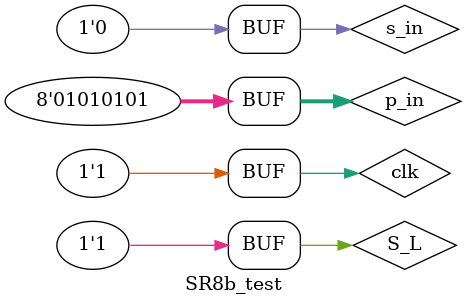
<source format=v>
`timescale 1ns / 1ps


module SR8b_test;

	// Inputs
	reg clk;
	reg s_in;
	reg [7:0] p_in;
	reg S_L;

	// Outputs
	wire [7:0] out;

	// Instantiate the Unit Under Test (UUT)
	ShiftReg8b uut (
		.clk(clk), 
		.s_in(s_in), 
		.p_in(p_in), 
		.S_L(S_L), 
		.out(out)
	);

	initial begin
		// Initialize Inputs
		clk = 0;S_L = 0;s_in = 0;p_in = 0;#100;
		// Add stimulus here
		S_L = 0;s_in = 1;p_in =0;#200;
		S_L = 1;s_in = 0;p_in = 8'b0101_0101;#500;
	end
	always begin
		clk = 0; #20;
		clk = 1; #20;
	end
      
endmodule


</source>
